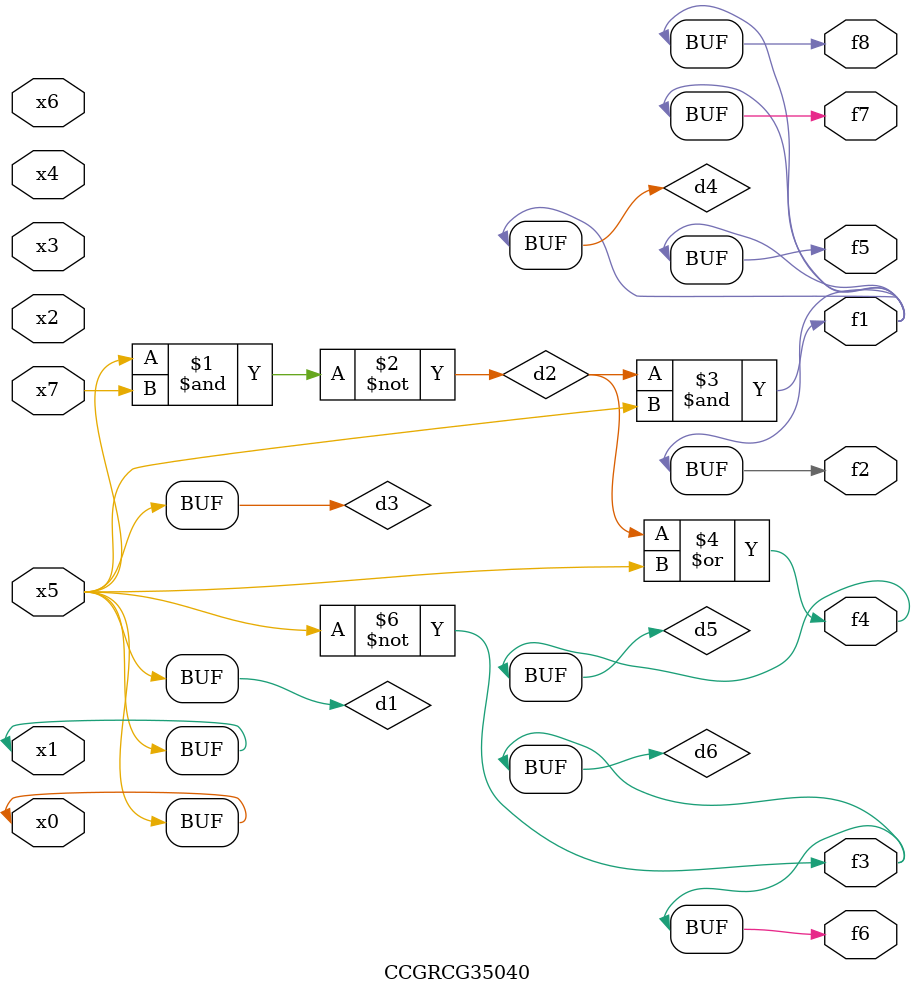
<source format=v>
module CCGRCG35040(
	input x0, x1, x2, x3, x4, x5, x6, x7,
	output f1, f2, f3, f4, f5, f6, f7, f8
);

	wire d1, d2, d3, d4, d5, d6;

	buf (d1, x0, x5);
	nand (d2, x5, x7);
	buf (d3, x0, x1);
	and (d4, d2, d3);
	or (d5, d2, d3);
	nor (d6, d1, d3);
	assign f1 = d4;
	assign f2 = d4;
	assign f3 = d6;
	assign f4 = d5;
	assign f5 = d4;
	assign f6 = d6;
	assign f7 = d4;
	assign f8 = d4;
endmodule

</source>
